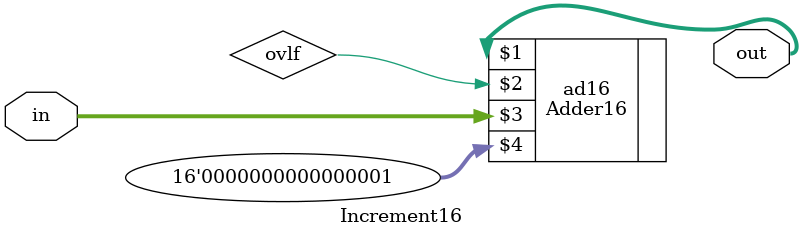
<source format=v>
/* módulo Increment16 */

`ifndef _Increment16_
`define _Increment16_

`include "Adder16.v"

module Increment16(out, in);
    input [15:0] in;
    output [15:0] out;
    wire ovlf;

    Adder16 ad16(out, ovlf, in, 16'b0000000000000001);

    // Descrição de conexões internas do módulo

endmodule

`endif

</source>
